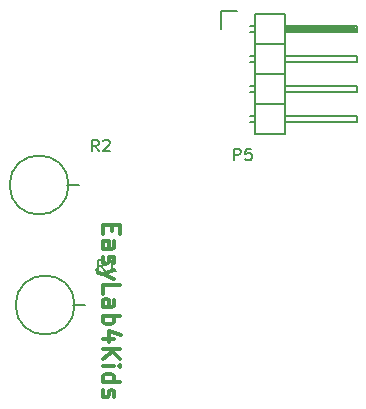
<source format=gbr>
G04 #@! TF.FileFunction,Legend,Top*
%FSLAX46Y46*%
G04 Gerber Fmt 4.6, Leading zero omitted, Abs format (unit mm)*
G04 Created by KiCad (PCBNEW 4.0.4-stable) date 02/19/17 00:05:06*
%MOMM*%
%LPD*%
G01*
G04 APERTURE LIST*
%ADD10C,0.100000*%
%ADD11C,0.300000*%
%ADD12C,0.150000*%
G04 APERTURE END LIST*
D10*
D11*
X135743143Y-117718000D02*
X135743143Y-118218000D01*
X134957429Y-118432286D02*
X134957429Y-117718000D01*
X136457429Y-117718000D01*
X136457429Y-118432286D01*
X134957429Y-119718000D02*
X135743143Y-119718000D01*
X135886000Y-119646571D01*
X135957429Y-119503714D01*
X135957429Y-119218000D01*
X135886000Y-119075143D01*
X135028857Y-119718000D02*
X134957429Y-119575143D01*
X134957429Y-119218000D01*
X135028857Y-119075143D01*
X135171714Y-119003714D01*
X135314571Y-119003714D01*
X135457429Y-119075143D01*
X135528857Y-119218000D01*
X135528857Y-119575143D01*
X135600286Y-119718000D01*
X135028857Y-120360857D02*
X134957429Y-120503714D01*
X134957429Y-120789429D01*
X135028857Y-120932286D01*
X135171714Y-121003714D01*
X135243143Y-121003714D01*
X135386000Y-120932286D01*
X135457429Y-120789429D01*
X135457429Y-120575143D01*
X135528857Y-120432286D01*
X135671714Y-120360857D01*
X135743143Y-120360857D01*
X135886000Y-120432286D01*
X135957429Y-120575143D01*
X135957429Y-120789429D01*
X135886000Y-120932286D01*
X135957429Y-121503715D02*
X134957429Y-121860858D01*
X135957429Y-122218000D02*
X134957429Y-121860858D01*
X134600286Y-121718000D01*
X134528857Y-121646572D01*
X134457429Y-121503715D01*
X134957429Y-123503715D02*
X134957429Y-122789429D01*
X136457429Y-122789429D01*
X134957429Y-124646572D02*
X135743143Y-124646572D01*
X135886000Y-124575143D01*
X135957429Y-124432286D01*
X135957429Y-124146572D01*
X135886000Y-124003715D01*
X135028857Y-124646572D02*
X134957429Y-124503715D01*
X134957429Y-124146572D01*
X135028857Y-124003715D01*
X135171714Y-123932286D01*
X135314571Y-123932286D01*
X135457429Y-124003715D01*
X135528857Y-124146572D01*
X135528857Y-124503715D01*
X135600286Y-124646572D01*
X134957429Y-125360858D02*
X136457429Y-125360858D01*
X135886000Y-125360858D02*
X135957429Y-125503715D01*
X135957429Y-125789429D01*
X135886000Y-125932286D01*
X135814571Y-126003715D01*
X135671714Y-126075144D01*
X135243143Y-126075144D01*
X135100286Y-126003715D01*
X135028857Y-125932286D01*
X134957429Y-125789429D01*
X134957429Y-125503715D01*
X135028857Y-125360858D01*
X135957429Y-127360858D02*
X134957429Y-127360858D01*
X136528857Y-127003715D02*
X135457429Y-126646572D01*
X135457429Y-127575144D01*
X134957429Y-128146572D02*
X136457429Y-128146572D01*
X134957429Y-129003715D02*
X135814571Y-128360858D01*
X136457429Y-129003715D02*
X135600286Y-128146572D01*
X134957429Y-129646572D02*
X135957429Y-129646572D01*
X136457429Y-129646572D02*
X136386000Y-129575143D01*
X136314571Y-129646572D01*
X136386000Y-129718000D01*
X136457429Y-129646572D01*
X136314571Y-129646572D01*
X134957429Y-131003715D02*
X136457429Y-131003715D01*
X135028857Y-131003715D02*
X134957429Y-130860858D01*
X134957429Y-130575144D01*
X135028857Y-130432286D01*
X135100286Y-130360858D01*
X135243143Y-130289429D01*
X135671714Y-130289429D01*
X135814571Y-130360858D01*
X135886000Y-130432286D01*
X135957429Y-130575144D01*
X135957429Y-130860858D01*
X135886000Y-131003715D01*
X135028857Y-131646572D02*
X134957429Y-131789429D01*
X134957429Y-132075144D01*
X135028857Y-132218001D01*
X135171714Y-132289429D01*
X135243143Y-132289429D01*
X135386000Y-132218001D01*
X135457429Y-132075144D01*
X135457429Y-131860858D01*
X135528857Y-131718001D01*
X135671714Y-131646572D01*
X135743143Y-131646572D01*
X135886000Y-131718001D01*
X135957429Y-131860858D01*
X135957429Y-132075144D01*
X135886000Y-132218001D01*
D12*
X145004000Y-99542000D02*
X145004000Y-101092000D01*
X146304000Y-99542000D02*
X145004000Y-99542000D01*
X150495000Y-100965000D02*
X156337000Y-100965000D01*
X156337000Y-100965000D02*
X156337000Y-101219000D01*
X156337000Y-101219000D02*
X150495000Y-101219000D01*
X150495000Y-101219000D02*
X150495000Y-101092000D01*
X150495000Y-101092000D02*
X156337000Y-101092000D01*
X147828000Y-100838000D02*
X147447000Y-100838000D01*
X147828000Y-101346000D02*
X147447000Y-101346000D01*
X147828000Y-103378000D02*
X147447000Y-103378000D01*
X147828000Y-103886000D02*
X147447000Y-103886000D01*
X147828000Y-105918000D02*
X147447000Y-105918000D01*
X147828000Y-106426000D02*
X147447000Y-106426000D01*
X147828000Y-108966000D02*
X147447000Y-108966000D01*
X147828000Y-108458000D02*
X147447000Y-108458000D01*
X147828000Y-99822000D02*
X150368000Y-99822000D01*
X147828000Y-102362000D02*
X150368000Y-102362000D01*
X147828000Y-102362000D02*
X147828000Y-104902000D01*
X147828000Y-104902000D02*
X150368000Y-104902000D01*
X150368000Y-103378000D02*
X156464000Y-103378000D01*
X156464000Y-103378000D02*
X156464000Y-103886000D01*
X156464000Y-103886000D02*
X150368000Y-103886000D01*
X150368000Y-104902000D02*
X150368000Y-102362000D01*
X150368000Y-102362000D02*
X150368000Y-99822000D01*
X156464000Y-101346000D02*
X150368000Y-101346000D01*
X156464000Y-100838000D02*
X156464000Y-101346000D01*
X150368000Y-100838000D02*
X156464000Y-100838000D01*
X147828000Y-102362000D02*
X150368000Y-102362000D01*
X147828000Y-99822000D02*
X147828000Y-102362000D01*
X147828000Y-107442000D02*
X150368000Y-107442000D01*
X147828000Y-107442000D02*
X147828000Y-109982000D01*
X147828000Y-109982000D02*
X150368000Y-109982000D01*
X150368000Y-108458000D02*
X156464000Y-108458000D01*
X156464000Y-108458000D02*
X156464000Y-108966000D01*
X156464000Y-108966000D02*
X150368000Y-108966000D01*
X150368000Y-109982000D02*
X150368000Y-107442000D01*
X150368000Y-107442000D02*
X150368000Y-104902000D01*
X156464000Y-106426000D02*
X150368000Y-106426000D01*
X156464000Y-105918000D02*
X156464000Y-106426000D01*
X150368000Y-105918000D02*
X156464000Y-105918000D01*
X147828000Y-107442000D02*
X150368000Y-107442000D01*
X147828000Y-104902000D02*
X147828000Y-107442000D01*
X147828000Y-104902000D02*
X150368000Y-104902000D01*
X132488940Y-124460000D02*
X133489700Y-124460000D01*
X132588000Y-124460000D02*
G75*
G03X132588000Y-124460000I-2499360J0D01*
G01*
X131980940Y-114300000D02*
X132981700Y-114300000D01*
X132080000Y-114300000D02*
G75*
G03X132080000Y-114300000I-2499360J0D01*
G01*
X146073905Y-112212381D02*
X146073905Y-111212381D01*
X146454858Y-111212381D01*
X146550096Y-111260000D01*
X146597715Y-111307619D01*
X146645334Y-111402857D01*
X146645334Y-111545714D01*
X146597715Y-111640952D01*
X146550096Y-111688571D01*
X146454858Y-111736190D01*
X146073905Y-111736190D01*
X147550096Y-111212381D02*
X147073905Y-111212381D01*
X147026286Y-111688571D01*
X147073905Y-111640952D01*
X147169143Y-111593333D01*
X147407239Y-111593333D01*
X147502477Y-111640952D01*
X147550096Y-111688571D01*
X147597715Y-111783810D01*
X147597715Y-112021905D01*
X147550096Y-112117143D01*
X147502477Y-112164762D01*
X147407239Y-112212381D01*
X147169143Y-112212381D01*
X147073905Y-112164762D01*
X147026286Y-112117143D01*
X135121354Y-121612921D02*
X134788020Y-121136730D01*
X134549925Y-121612921D02*
X134549925Y-120612921D01*
X134930878Y-120612921D01*
X135026116Y-120660540D01*
X135073735Y-120708159D01*
X135121354Y-120803397D01*
X135121354Y-120946254D01*
X135073735Y-121041492D01*
X135026116Y-121089111D01*
X134930878Y-121136730D01*
X134549925Y-121136730D01*
X136073735Y-121612921D02*
X135502306Y-121612921D01*
X135788020Y-121612921D02*
X135788020Y-120612921D01*
X135692782Y-120755778D01*
X135597544Y-120851016D01*
X135502306Y-120898635D01*
X134613354Y-111452921D02*
X134280020Y-110976730D01*
X134041925Y-111452921D02*
X134041925Y-110452921D01*
X134422878Y-110452921D01*
X134518116Y-110500540D01*
X134565735Y-110548159D01*
X134613354Y-110643397D01*
X134613354Y-110786254D01*
X134565735Y-110881492D01*
X134518116Y-110929111D01*
X134422878Y-110976730D01*
X134041925Y-110976730D01*
X134994306Y-110548159D02*
X135041925Y-110500540D01*
X135137163Y-110452921D01*
X135375259Y-110452921D01*
X135470497Y-110500540D01*
X135518116Y-110548159D01*
X135565735Y-110643397D01*
X135565735Y-110738635D01*
X135518116Y-110881492D01*
X134946687Y-111452921D01*
X135565735Y-111452921D01*
M02*

</source>
